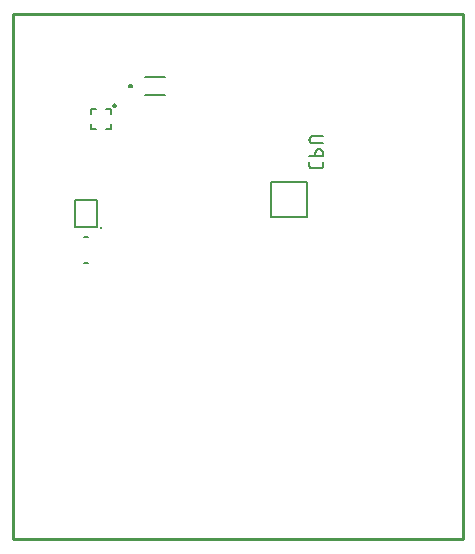
<source format=gbr>
G04 EAGLE Gerber RS-274X export*
G75*
%MOMM*%
%FSLAX34Y34*%
%LPD*%
%INSilkscreen Bottom*%
%IPPOS*%
%AMOC8*
5,1,8,0,0,1.08239X$1,22.5*%
G01*
%ADD10C,0.127000*%
%ADD11C,0.152400*%
%ADD12C,0.254000*%
%ADD13C,0.200000*%


D10*
X63222Y256110D02*
X60222Y256110D01*
X60222Y234110D02*
X63222Y234110D01*
D11*
X52324Y264668D02*
X52324Y287528D01*
X71120Y287528D01*
X71120Y264668D01*
X52324Y264668D01*
D12*
X74422Y263398D03*
D13*
X85125Y367220D02*
X85127Y367283D01*
X85133Y367345D01*
X85143Y367407D01*
X85156Y367469D01*
X85174Y367529D01*
X85195Y367588D01*
X85220Y367646D01*
X85249Y367702D01*
X85281Y367756D01*
X85316Y367808D01*
X85354Y367857D01*
X85396Y367905D01*
X85440Y367949D01*
X85488Y367991D01*
X85537Y368029D01*
X85589Y368064D01*
X85643Y368096D01*
X85699Y368125D01*
X85757Y368150D01*
X85816Y368171D01*
X85876Y368189D01*
X85938Y368202D01*
X86000Y368212D01*
X86062Y368218D01*
X86125Y368220D01*
X86188Y368218D01*
X86250Y368212D01*
X86312Y368202D01*
X86374Y368189D01*
X86434Y368171D01*
X86493Y368150D01*
X86551Y368125D01*
X86607Y368096D01*
X86661Y368064D01*
X86713Y368029D01*
X86762Y367991D01*
X86810Y367949D01*
X86854Y367905D01*
X86896Y367857D01*
X86934Y367808D01*
X86969Y367756D01*
X87001Y367702D01*
X87030Y367646D01*
X87055Y367588D01*
X87076Y367529D01*
X87094Y367469D01*
X87107Y367407D01*
X87117Y367345D01*
X87123Y367283D01*
X87125Y367220D01*
X87123Y367157D01*
X87117Y367095D01*
X87107Y367033D01*
X87094Y366971D01*
X87076Y366911D01*
X87055Y366852D01*
X87030Y366794D01*
X87001Y366738D01*
X86969Y366684D01*
X86934Y366632D01*
X86896Y366583D01*
X86854Y366535D01*
X86810Y366491D01*
X86762Y366449D01*
X86713Y366411D01*
X86661Y366376D01*
X86607Y366344D01*
X86551Y366315D01*
X86493Y366290D01*
X86434Y366269D01*
X86374Y366251D01*
X86312Y366238D01*
X86250Y366228D01*
X86188Y366222D01*
X86125Y366220D01*
X86062Y366222D01*
X86000Y366228D01*
X85938Y366238D01*
X85876Y366251D01*
X85816Y366269D01*
X85757Y366290D01*
X85699Y366315D01*
X85643Y366344D01*
X85589Y366376D01*
X85537Y366411D01*
X85488Y366449D01*
X85440Y366491D01*
X85396Y366535D01*
X85354Y366583D01*
X85316Y366632D01*
X85281Y366684D01*
X85249Y366738D01*
X85220Y366794D01*
X85195Y366852D01*
X85174Y366911D01*
X85156Y366971D01*
X85143Y367033D01*
X85133Y367095D01*
X85127Y367157D01*
X85125Y367220D01*
D10*
X70705Y347150D02*
X66480Y347150D01*
X66480Y351375D01*
X79155Y347150D02*
X83380Y347150D01*
X83380Y351375D01*
X83380Y364050D02*
X79155Y364050D01*
X83380Y364050D02*
X83380Y359825D01*
X70705Y364050D02*
X66480Y364050D01*
X66480Y359825D01*
X112150Y376094D02*
X129150Y376094D01*
X129150Y391494D02*
X112150Y391494D01*
D13*
X98650Y383794D02*
X98652Y383857D01*
X98658Y383919D01*
X98668Y383981D01*
X98681Y384043D01*
X98699Y384103D01*
X98720Y384162D01*
X98745Y384220D01*
X98774Y384276D01*
X98806Y384330D01*
X98841Y384382D01*
X98879Y384431D01*
X98921Y384479D01*
X98965Y384523D01*
X99013Y384565D01*
X99062Y384603D01*
X99114Y384638D01*
X99168Y384670D01*
X99224Y384699D01*
X99282Y384724D01*
X99341Y384745D01*
X99401Y384763D01*
X99463Y384776D01*
X99525Y384786D01*
X99587Y384792D01*
X99650Y384794D01*
X99713Y384792D01*
X99775Y384786D01*
X99837Y384776D01*
X99899Y384763D01*
X99959Y384745D01*
X100018Y384724D01*
X100076Y384699D01*
X100132Y384670D01*
X100186Y384638D01*
X100238Y384603D01*
X100287Y384565D01*
X100335Y384523D01*
X100379Y384479D01*
X100421Y384431D01*
X100459Y384382D01*
X100494Y384330D01*
X100526Y384276D01*
X100555Y384220D01*
X100580Y384162D01*
X100601Y384103D01*
X100619Y384043D01*
X100632Y383981D01*
X100642Y383919D01*
X100648Y383857D01*
X100650Y383794D01*
X100648Y383731D01*
X100642Y383669D01*
X100632Y383607D01*
X100619Y383545D01*
X100601Y383485D01*
X100580Y383426D01*
X100555Y383368D01*
X100526Y383312D01*
X100494Y383258D01*
X100459Y383206D01*
X100421Y383157D01*
X100379Y383109D01*
X100335Y383065D01*
X100287Y383023D01*
X100238Y382985D01*
X100186Y382950D01*
X100132Y382918D01*
X100076Y382889D01*
X100018Y382864D01*
X99959Y382843D01*
X99899Y382825D01*
X99837Y382812D01*
X99775Y382802D01*
X99713Y382796D01*
X99650Y382794D01*
X99587Y382796D01*
X99525Y382802D01*
X99463Y382812D01*
X99401Y382825D01*
X99341Y382843D01*
X99282Y382864D01*
X99224Y382889D01*
X99168Y382918D01*
X99114Y382950D01*
X99062Y382985D01*
X99013Y383023D01*
X98965Y383065D01*
X98921Y383109D01*
X98879Y383157D01*
X98841Y383206D01*
X98806Y383258D01*
X98774Y383312D01*
X98745Y383368D01*
X98720Y383426D01*
X98699Y383485D01*
X98681Y383545D01*
X98668Y383607D01*
X98658Y383669D01*
X98652Y383731D01*
X98650Y383794D01*
D10*
X251142Y319066D02*
X251142Y316526D01*
X251144Y316426D01*
X251150Y316327D01*
X251160Y316227D01*
X251173Y316129D01*
X251191Y316030D01*
X251212Y315933D01*
X251237Y315837D01*
X251266Y315741D01*
X251299Y315647D01*
X251335Y315554D01*
X251375Y315463D01*
X251419Y315373D01*
X251466Y315285D01*
X251516Y315199D01*
X251570Y315115D01*
X251627Y315033D01*
X251687Y314954D01*
X251751Y314876D01*
X251817Y314802D01*
X251886Y314730D01*
X251958Y314661D01*
X252032Y314595D01*
X252110Y314531D01*
X252189Y314471D01*
X252271Y314414D01*
X252355Y314360D01*
X252441Y314310D01*
X252529Y314263D01*
X252619Y314219D01*
X252710Y314179D01*
X252803Y314143D01*
X252897Y314110D01*
X252993Y314081D01*
X253089Y314056D01*
X253186Y314035D01*
X253285Y314017D01*
X253383Y314004D01*
X253483Y313994D01*
X253582Y313988D01*
X253682Y313986D01*
X260032Y313986D01*
X260132Y313988D01*
X260231Y313994D01*
X260331Y314004D01*
X260429Y314017D01*
X260528Y314035D01*
X260625Y314056D01*
X260721Y314081D01*
X260817Y314110D01*
X260911Y314143D01*
X261004Y314179D01*
X261095Y314219D01*
X261185Y314263D01*
X261273Y314310D01*
X261359Y314360D01*
X261443Y314414D01*
X261525Y314471D01*
X261604Y314531D01*
X261682Y314595D01*
X261756Y314661D01*
X261828Y314730D01*
X261897Y314802D01*
X261963Y314876D01*
X262027Y314954D01*
X262087Y315033D01*
X262144Y315115D01*
X262198Y315199D01*
X262248Y315285D01*
X262295Y315373D01*
X262339Y315463D01*
X262379Y315554D01*
X262415Y315647D01*
X262448Y315741D01*
X262477Y315837D01*
X262502Y315933D01*
X262523Y316030D01*
X262541Y316129D01*
X262554Y316227D01*
X262564Y316327D01*
X262570Y316426D01*
X262572Y316526D01*
X262572Y319066D01*
X262572Y324120D02*
X251142Y324120D01*
X262572Y324120D02*
X262572Y327295D01*
X262570Y327406D01*
X262564Y327516D01*
X262555Y327627D01*
X262541Y327737D01*
X262524Y327846D01*
X262503Y327955D01*
X262478Y328063D01*
X262449Y328170D01*
X262417Y328276D01*
X262381Y328381D01*
X262341Y328484D01*
X262298Y328586D01*
X262251Y328687D01*
X262200Y328786D01*
X262147Y328883D01*
X262090Y328977D01*
X262029Y329070D01*
X261966Y329161D01*
X261899Y329250D01*
X261829Y329336D01*
X261756Y329419D01*
X261681Y329501D01*
X261603Y329579D01*
X261521Y329654D01*
X261438Y329727D01*
X261352Y329797D01*
X261263Y329864D01*
X261172Y329927D01*
X261079Y329988D01*
X260985Y330045D01*
X260888Y330098D01*
X260789Y330149D01*
X260688Y330196D01*
X260586Y330239D01*
X260483Y330279D01*
X260378Y330315D01*
X260272Y330347D01*
X260165Y330376D01*
X260057Y330401D01*
X259948Y330422D01*
X259839Y330439D01*
X259729Y330453D01*
X259618Y330462D01*
X259508Y330468D01*
X259397Y330470D01*
X259286Y330468D01*
X259176Y330462D01*
X259065Y330453D01*
X258955Y330439D01*
X258846Y330422D01*
X258737Y330401D01*
X258629Y330376D01*
X258522Y330347D01*
X258416Y330315D01*
X258311Y330279D01*
X258208Y330239D01*
X258106Y330196D01*
X258005Y330149D01*
X257906Y330098D01*
X257810Y330045D01*
X257715Y329988D01*
X257622Y329927D01*
X257531Y329864D01*
X257442Y329797D01*
X257356Y329727D01*
X257273Y329654D01*
X257191Y329579D01*
X257113Y329501D01*
X257038Y329419D01*
X256965Y329336D01*
X256895Y329250D01*
X256828Y329161D01*
X256765Y329070D01*
X256704Y328977D01*
X256647Y328883D01*
X256594Y328786D01*
X256543Y328687D01*
X256496Y328586D01*
X256453Y328484D01*
X256413Y328381D01*
X256377Y328276D01*
X256345Y328170D01*
X256316Y328063D01*
X256291Y327955D01*
X256270Y327846D01*
X256253Y327737D01*
X256239Y327627D01*
X256230Y327516D01*
X256224Y327406D01*
X256222Y327295D01*
X256222Y324120D01*
X254317Y335359D02*
X262572Y335359D01*
X254317Y335359D02*
X254206Y335361D01*
X254096Y335367D01*
X253985Y335376D01*
X253875Y335390D01*
X253766Y335407D01*
X253657Y335428D01*
X253549Y335453D01*
X253442Y335482D01*
X253336Y335514D01*
X253231Y335550D01*
X253128Y335590D01*
X253026Y335633D01*
X252925Y335680D01*
X252826Y335731D01*
X252730Y335784D01*
X252635Y335841D01*
X252542Y335902D01*
X252451Y335965D01*
X252362Y336032D01*
X252276Y336102D01*
X252193Y336175D01*
X252111Y336250D01*
X252033Y336328D01*
X251958Y336410D01*
X251885Y336493D01*
X251815Y336579D01*
X251748Y336668D01*
X251685Y336759D01*
X251624Y336852D01*
X251567Y336947D01*
X251514Y337043D01*
X251463Y337142D01*
X251416Y337243D01*
X251373Y337345D01*
X251333Y337448D01*
X251297Y337553D01*
X251265Y337659D01*
X251236Y337766D01*
X251211Y337874D01*
X251190Y337983D01*
X251173Y338092D01*
X251159Y338202D01*
X251150Y338313D01*
X251144Y338423D01*
X251142Y338534D01*
X251144Y338645D01*
X251150Y338755D01*
X251159Y338866D01*
X251173Y338976D01*
X251190Y339085D01*
X251211Y339194D01*
X251236Y339302D01*
X251265Y339409D01*
X251297Y339515D01*
X251333Y339620D01*
X251373Y339723D01*
X251416Y339825D01*
X251463Y339926D01*
X251514Y340025D01*
X251567Y340122D01*
X251624Y340216D01*
X251685Y340309D01*
X251748Y340400D01*
X251815Y340489D01*
X251885Y340575D01*
X251958Y340658D01*
X252033Y340740D01*
X252111Y340818D01*
X252193Y340893D01*
X252276Y340966D01*
X252362Y341036D01*
X252451Y341103D01*
X252542Y341166D01*
X252635Y341227D01*
X252730Y341284D01*
X252826Y341337D01*
X252925Y341388D01*
X253026Y341435D01*
X253128Y341478D01*
X253231Y341518D01*
X253336Y341554D01*
X253442Y341586D01*
X253549Y341615D01*
X253657Y341640D01*
X253766Y341661D01*
X253875Y341678D01*
X253985Y341692D01*
X254096Y341701D01*
X254206Y341707D01*
X254317Y341709D01*
X262572Y341709D01*
X248934Y272782D02*
X218934Y272782D01*
X218934Y302782D02*
X248934Y302782D01*
X248934Y272782D01*
X218934Y272782D02*
X218934Y302782D01*
D12*
X0Y0D02*
X381000Y0D01*
X381000Y444500D01*
X0Y444500D01*
X0Y0D01*
M02*

</source>
